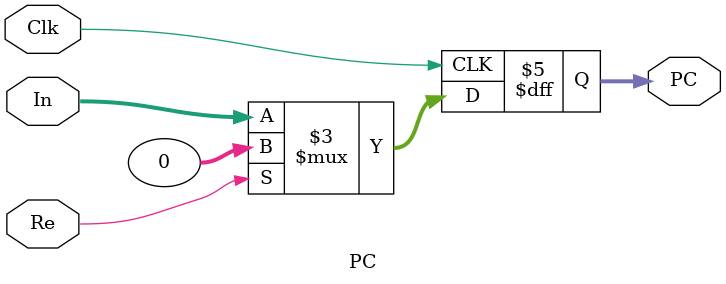
<source format=v>
module PC(In ,Re ,PC, Clk);
	input Re, Clk;
	input[31:0] In;
	output reg [31:0] PC;
	
	always@(posedge Clk)begin
		if(Re) PC = 32'd0;
		else PC = In; 
	end
endmodule

</source>
